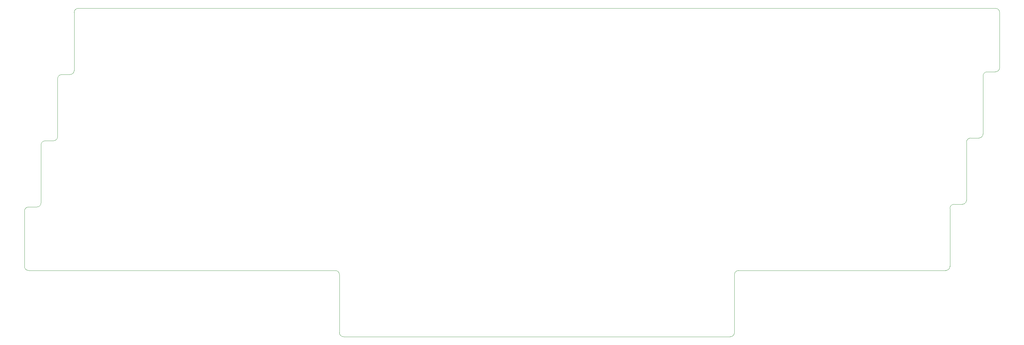
<source format=gbr>
%TF.GenerationSoftware,KiCad,Pcbnew,(6.0.6-0)*%
%TF.CreationDate,2022-08-16T09:08:47-07:00*%
%TF.ProjectId,purple-owl,70757270-6c65-42d6-9f77-6c2e6b696361,1.0*%
%TF.SameCoordinates,Original*%
%TF.FileFunction,Profile,NP*%
%FSLAX46Y46*%
G04 Gerber Fmt 4.6, Leading zero omitted, Abs format (unit mm)*
G04 Created by KiCad (PCBNEW (6.0.6-0)) date 2022-08-16 09:08:47*
%MOMM*%
%LPD*%
G01*
G04 APERTURE LIST*
%TA.AperFunction,Profile*%
%ADD10C,0.038100*%
%TD*%
G04 APERTURE END LIST*
D10*
X337740625Y-122237500D02*
X337740625Y-105568750D01*
X63500000Y-161528125D02*
X151606250Y-161528125D01*
X266303125Y-179387500D02*
X266303125Y-162718750D01*
X267493750Y-161528125D02*
G75*
G03*
X266303125Y-162718750I50J-1190675D01*
G01*
X68262500Y-124221875D02*
G75*
G03*
X67071875Y-125412500I0J-1190625D01*
G01*
X75406250Y-105171875D02*
G75*
G03*
X76596875Y-103981250I-50J1190675D01*
G01*
X152796875Y-179387500D02*
G75*
G03*
X153987500Y-180578125I1190625J0D01*
G01*
X62309375Y-160337500D02*
G75*
G03*
X63500000Y-161528125I1190625J0D01*
G01*
X338931250Y-104378125D02*
G75*
G03*
X337740625Y-105568750I50J-1190675D01*
G01*
X65881250Y-143271875D02*
X63500000Y-143271875D01*
X76596875Y-87312500D02*
X76596875Y-103981250D01*
X336550000Y-123428125D02*
X334168750Y-123428125D01*
X63500000Y-143271875D02*
G75*
G03*
X62309375Y-144462500I0J-1190625D01*
G01*
X152796875Y-162718750D02*
X152796875Y-179387500D01*
X65881250Y-143271875D02*
G75*
G03*
X67071875Y-142081250I-50J1190675D01*
G01*
X62309375Y-160337500D02*
X62309375Y-144462500D01*
X327025000Y-161528125D02*
G75*
G03*
X328215625Y-160337500I0J1190625D01*
G01*
X73025000Y-105171875D02*
G75*
G03*
X71834375Y-106362500I0J-1190625D01*
G01*
X342503125Y-103187500D02*
X342503125Y-87312500D01*
X332978125Y-141287500D02*
X332978125Y-124618750D01*
X152796875Y-162718750D02*
G75*
G03*
X151606250Y-161528125I-1190675J-50D01*
G01*
X70643750Y-124221875D02*
G75*
G03*
X71834375Y-123031250I-50J1190675D01*
G01*
X67071875Y-125412500D02*
X67071875Y-142081250D01*
X341312500Y-104378125D02*
G75*
G03*
X342503125Y-103187500I0J1190625D01*
G01*
X329406250Y-142478125D02*
G75*
G03*
X328215625Y-143668750I50J-1190675D01*
G01*
X73025000Y-105171875D02*
X75406250Y-105171875D01*
X341312500Y-86121875D02*
X77787500Y-86121875D01*
X336550000Y-123428125D02*
G75*
G03*
X337740625Y-122237500I0J1190625D01*
G01*
X338931250Y-104378125D02*
X341312500Y-104378125D01*
X265112500Y-180578125D02*
G75*
G03*
X266303125Y-179387500I0J1190625D01*
G01*
X331787500Y-142478125D02*
G75*
G03*
X332978125Y-141287500I0J1190625D01*
G01*
X334168750Y-123428125D02*
G75*
G03*
X332978125Y-124618750I50J-1190675D01*
G01*
X328215625Y-160337500D02*
X328215625Y-143668750D01*
X331787500Y-142478125D02*
X329406250Y-142478125D01*
X77787500Y-86121875D02*
G75*
G03*
X76596875Y-87312500I0J-1190625D01*
G01*
X71834375Y-106362500D02*
X71834375Y-123031250D01*
X153987500Y-180578125D02*
X265112500Y-180578125D01*
X68262500Y-124221875D02*
X70643750Y-124221875D01*
X267493750Y-161528125D02*
X327025000Y-161528125D01*
X342503125Y-87312500D02*
G75*
G03*
X341312500Y-86121875I-1190625J0D01*
G01*
M02*

</source>
